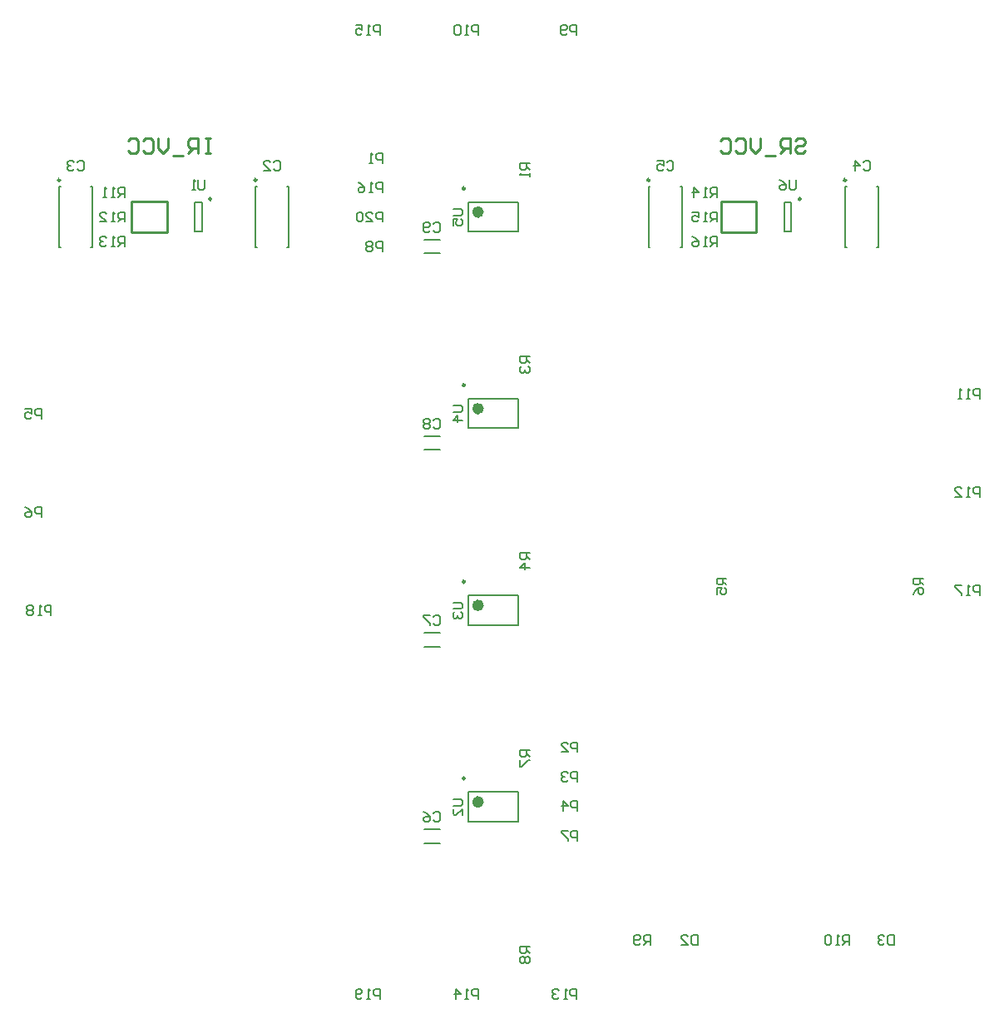
<source format=gbo>
G04 Layer_Color=13813960*
%FSLAX25Y25*%
%MOIN*%
G70*
G01*
G75*
%ADD15C,0.01000*%
%ADD16C,0.00787*%
%ADD17C,0.00984*%
%ADD35C,0.00500*%
%ADD56C,0.02362*%
D15*
X341732Y348031D02*
Y360630D01*
X327559Y348031D02*
X341732D01*
X327559D02*
Y360630D01*
X341732D01*
X105512Y348031D02*
Y360630D01*
X91339Y348031D02*
X105512D01*
X91339D02*
Y360630D01*
X105512D01*
X123031Y385919D02*
X121032D01*
X122032D01*
Y379921D01*
X123031D01*
X121032D01*
X118033D02*
Y385919D01*
X115034D01*
X114034Y384920D01*
Y382920D01*
X115034Y381921D01*
X118033D01*
X116034D02*
X114034Y379921D01*
X112035Y378922D02*
X108036D01*
X106037Y385919D02*
Y381921D01*
X104038Y379921D01*
X102038Y381921D01*
Y385919D01*
X96040Y384920D02*
X97040Y385919D01*
X99039D01*
X100039Y384920D01*
Y380921D01*
X99039Y379921D01*
X97040D01*
X96040Y380921D01*
X90042Y384920D02*
X91042Y385919D01*
X93041D01*
X94041Y384920D01*
Y380921D01*
X93041Y379921D01*
X91042D01*
X90042Y380921D01*
X357222Y384920D02*
X358221Y385919D01*
X360221D01*
X361221Y384920D01*
Y383920D01*
X360221Y382920D01*
X358221D01*
X357222Y381921D01*
Y380921D01*
X358221Y379921D01*
X360221D01*
X361221Y380921D01*
X355222Y379921D02*
Y385919D01*
X352223D01*
X351224Y384920D01*
Y382920D01*
X352223Y381921D01*
X355222D01*
X353223D02*
X351224Y379921D01*
X349224Y378922D02*
X345226D01*
X343226Y385919D02*
Y381921D01*
X341227Y379921D01*
X339228Y381921D01*
Y385919D01*
X333229Y384920D02*
X334229Y385919D01*
X336228D01*
X337228Y384920D01*
Y380921D01*
X336228Y379921D01*
X334229D01*
X333229Y380921D01*
X327232Y384920D02*
X328231Y385919D01*
X330230D01*
X331230Y384920D01*
Y380921D01*
X330230Y379921D01*
X328231D01*
X327232Y380921D01*
D16*
X226181Y124016D02*
X246260D01*
X226181Y112205D02*
X246260D01*
X226181D02*
Y124016D01*
X246260Y112205D02*
Y124016D01*
X352953Y360236D02*
X355709D01*
X352953Y348425D02*
X355709D01*
Y360236D01*
X352953Y348425D02*
Y360236D01*
X298425Y342126D02*
Y366535D01*
X311811Y342126D02*
Y366535D01*
X298425D02*
X299016D01*
X298425Y342126D02*
X299016D01*
X311221Y366535D02*
X311811D01*
X311221Y342126D02*
X311811D01*
X226181Y360236D02*
X246260D01*
X226181Y348425D02*
X246260D01*
X226181D02*
Y360236D01*
X246260Y348425D02*
Y360236D01*
X226181Y281496D02*
X246260D01*
X226181Y269685D02*
X246260D01*
X226181D02*
Y281496D01*
X246260Y269685D02*
Y281496D01*
X226181Y202756D02*
X246260D01*
X226181Y190945D02*
X246260D01*
X226181D02*
Y202756D01*
X246260Y190945D02*
Y202756D01*
X116732Y360236D02*
X119488D01*
X116732Y348425D02*
X119488D01*
Y360236D01*
X116732Y348425D02*
Y360236D01*
X140945Y342126D02*
Y366535D01*
X154331Y342126D02*
Y366535D01*
X140945D02*
X141535D01*
X140945Y342126D02*
X141535D01*
X153740Y366535D02*
X154331D01*
X153740Y342126D02*
X154331D01*
X62205D02*
Y366535D01*
X75590Y342126D02*
Y366535D01*
X62205D02*
X62795D01*
X62205Y342126D02*
X62795D01*
X75000Y366535D02*
X75590D01*
X75000Y342126D02*
X75590D01*
X377165D02*
Y366535D01*
X390551Y342126D02*
Y366535D01*
X377165D02*
X377756D01*
X377165Y342126D02*
X377756D01*
X389961Y366535D02*
X390551D01*
X389961Y342126D02*
X390551D01*
X220085Y121278D02*
X223364D01*
X224021Y120622D01*
Y119310D01*
X223364Y118654D01*
X220085D01*
X224021Y114718D02*
Y117342D01*
X221397Y114718D01*
X220741D01*
X220085Y115374D01*
Y116686D01*
X220741Y117342D01*
X357600Y369236D02*
Y365956D01*
X356944Y365300D01*
X355632D01*
X354976Y365956D01*
Y369236D01*
X351040D02*
X352352Y368580D01*
X353664Y367268D01*
Y365956D01*
X353008Y365300D01*
X351696D01*
X351040Y365956D01*
Y366612D01*
X351696Y367268D01*
X353664D01*
X325787Y342520D02*
Y346455D01*
X323819D01*
X323164Y345799D01*
Y344488D01*
X323819Y343832D01*
X325787D01*
X324476D02*
X323164Y342520D01*
X321852D02*
X320540D01*
X321196D01*
Y346455D01*
X321852Y345799D01*
X315948Y346455D02*
X317260Y345799D01*
X318572Y344488D01*
Y343176D01*
X317916Y342520D01*
X316604D01*
X315948Y343176D01*
Y343832D01*
X316604Y344488D01*
X318572D01*
X325787Y362205D02*
Y366141D01*
X323819D01*
X323164Y365484D01*
Y364173D01*
X323819Y363517D01*
X325787D01*
X324476D02*
X323164Y362205D01*
X321852D02*
X320540D01*
X321196D01*
Y366141D01*
X321852Y365484D01*
X316604Y362205D02*
Y366141D01*
X318572Y364173D01*
X315948D01*
X325787Y352362D02*
Y356298D01*
X323819D01*
X323164Y355642D01*
Y354330D01*
X323819Y353674D01*
X325787D01*
X324476D02*
X323164Y352362D01*
X321852D02*
X320540D01*
X321196D01*
Y356298D01*
X321852Y355642D01*
X315948Y356298D02*
X318572D01*
Y354330D01*
X317260Y354986D01*
X316604D01*
X315948Y354330D01*
Y353018D01*
X316604Y352362D01*
X317916D01*
X318572Y353018D01*
X397000Y66836D02*
Y62900D01*
X395032D01*
X394376Y63556D01*
Y66180D01*
X395032Y66836D01*
X397000D01*
X393064Y66180D02*
X392408Y66836D01*
X391096D01*
X390440Y66180D01*
Y65524D01*
X391096Y64868D01*
X391752D01*
X391096D01*
X390440Y64212D01*
Y63556D01*
X391096Y62900D01*
X392408D01*
X393064Y63556D01*
X191929Y352362D02*
Y356298D01*
X189961D01*
X189305Y355642D01*
Y354330D01*
X189961Y353674D01*
X191929D01*
X185370Y352362D02*
X187993D01*
X185370Y354986D01*
Y355642D01*
X186026Y356298D01*
X187337D01*
X187993Y355642D01*
X184058D02*
X183402Y356298D01*
X182090D01*
X181434Y355642D01*
Y353018D01*
X182090Y352362D01*
X183402D01*
X184058Y353018D01*
Y355642D01*
X305776Y376180D02*
X306432Y376836D01*
X307744D01*
X308400Y376180D01*
Y373556D01*
X307744Y372900D01*
X306432D01*
X305776Y373556D01*
X301840Y376836D02*
X304464D01*
Y374868D01*
X303152Y375524D01*
X302496D01*
X301840Y374868D01*
Y373556D01*
X302496Y372900D01*
X303808D01*
X304464Y373556D01*
X212318Y351580D02*
X212974Y352236D01*
X214286D01*
X214942Y351580D01*
Y348956D01*
X214286Y348300D01*
X212974D01*
X212318Y348956D01*
X211006D02*
X210350Y348300D01*
X209038D01*
X208382Y348956D01*
Y351580D01*
X209038Y352236D01*
X210350D01*
X211006Y351580D01*
Y350924D01*
X210350Y350268D01*
X208382D01*
X212255Y272880D02*
X212911Y273536D01*
X214223D01*
X214879Y272880D01*
Y270256D01*
X214223Y269600D01*
X212911D01*
X212255Y270256D01*
X210943Y272880D02*
X210287Y273536D01*
X208975D01*
X208319Y272880D01*
Y272224D01*
X208975Y271568D01*
X208319Y270912D01*
Y270256D01*
X208975Y269600D01*
X210287D01*
X210943Y270256D01*
Y270912D01*
X210287Y271568D01*
X210943Y272224D01*
Y272880D01*
X210287Y271568D02*
X208975D01*
X212255Y194080D02*
X212911Y194736D01*
X214223D01*
X214879Y194080D01*
Y191456D01*
X214223Y190800D01*
X212911D01*
X212255Y191456D01*
X210943Y194736D02*
X208319D01*
Y194080D01*
X210943Y191456D01*
Y190800D01*
X212255Y115380D02*
X212911Y116036D01*
X214223D01*
X214879Y115380D01*
Y112756D01*
X214223Y112100D01*
X212911D01*
X212255Y112756D01*
X208319Y116036D02*
X209631Y115380D01*
X210943Y114068D01*
Y112756D01*
X210287Y112100D01*
X208975D01*
X208319Y112756D01*
Y113412D01*
X208975Y114068D01*
X210943D01*
X230315Y41339D02*
Y45274D01*
X228347D01*
X227691Y44618D01*
Y43306D01*
X228347Y42650D01*
X230315D01*
X226379Y41339D02*
X225067D01*
X225723D01*
Y45274D01*
X226379Y44618D01*
X221132Y41339D02*
Y45274D01*
X223099Y43306D01*
X220476D01*
X269685Y41339D02*
Y45274D01*
X267717D01*
X267061Y44618D01*
Y43306D01*
X267717Y42650D01*
X269685D01*
X265749Y41339D02*
X264437D01*
X265093D01*
Y45274D01*
X265749Y44618D01*
X262470D02*
X261814Y45274D01*
X260502D01*
X259846Y44618D01*
Y43962D01*
X260502Y43306D01*
X261158D01*
X260502D01*
X259846Y42650D01*
Y41995D01*
X260502Y41339D01*
X261814D01*
X262470Y41995D01*
X431102Y242126D02*
Y246062D01*
X429135D01*
X428478Y245406D01*
Y244094D01*
X429135Y243438D01*
X431102D01*
X427167Y242126D02*
X425855D01*
X426511D01*
Y246062D01*
X427167Y245406D01*
X421263Y242126D02*
X423887D01*
X421263Y244750D01*
Y245406D01*
X421919Y246062D01*
X423231D01*
X423887Y245406D01*
X431102Y281496D02*
Y285432D01*
X429135D01*
X428478Y284776D01*
Y283464D01*
X429135Y282808D01*
X431102D01*
X427167Y281496D02*
X425855D01*
X426511D01*
Y285432D01*
X427167Y284776D01*
X423887Y281496D02*
X422575D01*
X423231D01*
Y285432D01*
X423887Y284776D01*
X230315Y427165D02*
Y431101D01*
X228347D01*
X227691Y430445D01*
Y429133D01*
X228347Y428477D01*
X230315D01*
X226379Y427165D02*
X225067D01*
X225723D01*
Y431101D01*
X226379Y430445D01*
X223099D02*
X222444Y431101D01*
X221132D01*
X220476Y430445D01*
Y427821D01*
X221132Y427165D01*
X222444D01*
X223099Y427821D01*
Y430445D01*
X269685Y427165D02*
Y431101D01*
X267717D01*
X267061Y430445D01*
Y429133D01*
X267717Y428477D01*
X269685D01*
X265749Y427821D02*
X265093Y427165D01*
X263781D01*
X263125Y427821D01*
Y430445D01*
X263781Y431101D01*
X265093D01*
X265749Y430445D01*
Y429789D01*
X265093Y429133D01*
X263125D01*
X220085Y357478D02*
X223364D01*
X224021Y356822D01*
Y355510D01*
X223364Y354854D01*
X220085D01*
Y350918D02*
Y353542D01*
X222053D01*
X221397Y352230D01*
Y351574D01*
X222053Y350918D01*
X223364D01*
X224021Y351574D01*
Y352886D01*
X223364Y353542D01*
X220085Y278778D02*
X223364D01*
X224021Y278122D01*
Y276810D01*
X223364Y276154D01*
X220085D01*
X224021Y272874D02*
X220085D01*
X222053Y274842D01*
Y272218D01*
X220085Y199978D02*
X223364D01*
X224021Y199322D01*
Y198010D01*
X223364Y197354D01*
X220085D01*
X220741Y196042D02*
X220085Y195386D01*
Y194074D01*
X220741Y193418D01*
X221397D01*
X222053Y194074D01*
Y194730D01*
Y194074D01*
X222709Y193418D01*
X223364D01*
X224021Y194074D01*
Y195386D01*
X223364Y196042D01*
X318200Y66836D02*
Y62900D01*
X316232D01*
X315576Y63556D01*
Y66180D01*
X316232Y66836D01*
X318200D01*
X311640Y62900D02*
X314264D01*
X311640Y65524D01*
Y66180D01*
X312296Y66836D01*
X313608D01*
X314264Y66180D01*
X251010Y375805D02*
X247075D01*
Y373837D01*
X247730Y373181D01*
X249042D01*
X249698Y373837D01*
Y375805D01*
Y374493D02*
X251010Y373181D01*
Y371869D02*
Y370557D01*
Y371213D01*
X247075D01*
X247730Y371869D01*
X251010Y298405D02*
X247075D01*
Y296437D01*
X247730Y295781D01*
X249042D01*
X249698Y296437D01*
Y298405D01*
Y297093D02*
X251010Y295781D01*
X247730Y294469D02*
X247075Y293813D01*
Y292501D01*
X247730Y291845D01*
X248386D01*
X249042Y292501D01*
Y293157D01*
Y292501D01*
X249698Y291845D01*
X250354D01*
X251010Y292501D01*
Y293813D01*
X250354Y294469D01*
X251010Y219705D02*
X247075D01*
Y217737D01*
X247730Y217081D01*
X249042D01*
X249698Y217737D01*
Y219705D01*
Y218393D02*
X251010Y217081D01*
Y213801D02*
X247075D01*
X249042Y215769D01*
Y213145D01*
X329724Y209646D02*
X325789D01*
Y207678D01*
X326445Y207022D01*
X327757D01*
X328413Y207678D01*
Y209646D01*
Y208334D02*
X329724Y207022D01*
X325789Y203086D02*
Y205710D01*
X327757D01*
X327101Y204398D01*
Y203742D01*
X327757Y203086D01*
X329068D01*
X329724Y203742D01*
Y205054D01*
X329068Y205710D01*
X408465Y209646D02*
X404529D01*
Y207678D01*
X405185Y207022D01*
X406497D01*
X407153Y207678D01*
Y209646D01*
Y208334D02*
X408465Y207022D01*
X404529Y203086D02*
X405185Y204398D01*
X406497Y205710D01*
X407809D01*
X408465Y205054D01*
Y203742D01*
X407809Y203086D01*
X407153D01*
X406497Y203742D01*
Y205710D01*
X251010Y140905D02*
X247075D01*
Y138937D01*
X247730Y138281D01*
X249042D01*
X249698Y138937D01*
Y140905D01*
Y139593D02*
X251010Y138281D01*
X247075Y136969D02*
Y134345D01*
X247730D01*
X250354Y136969D01*
X251010D01*
Y62205D02*
X247075D01*
Y60237D01*
X247730Y59581D01*
X249042D01*
X249698Y60237D01*
Y62205D01*
Y60893D02*
X251010Y59581D01*
X247730Y58269D02*
X247075Y57613D01*
Y56301D01*
X247730Y55645D01*
X248386D01*
X249042Y56301D01*
X249698Y55645D01*
X250354D01*
X251010Y56301D01*
Y57613D01*
X250354Y58269D01*
X249698D01*
X249042Y57613D01*
X248386Y58269D01*
X247730D01*
X249042Y57613D02*
Y56301D01*
X299213Y62992D02*
Y66928D01*
X297245D01*
X296589Y66272D01*
Y64960D01*
X297245Y64304D01*
X299213D01*
X297901D02*
X296589Y62992D01*
X295277Y63648D02*
X294621Y62992D01*
X293309D01*
X292653Y63648D01*
Y66272D01*
X293309Y66928D01*
X294621D01*
X295277Y66272D01*
Y65616D01*
X294621Y64960D01*
X292653D01*
X378937Y62992D02*
Y66928D01*
X376969D01*
X376313Y66272D01*
Y64960D01*
X376969Y64304D01*
X378937D01*
X377625D02*
X376313Y62992D01*
X375001D02*
X373689D01*
X374345D01*
Y66928D01*
X375001Y66272D01*
X371722D02*
X371065Y66928D01*
X369754D01*
X369098Y66272D01*
Y63648D01*
X369754Y62992D01*
X371065D01*
X371722Y63648D01*
Y66272D01*
X120700Y369236D02*
Y365956D01*
X120044Y365300D01*
X118732D01*
X118076Y365956D01*
Y369236D01*
X116764Y365300D02*
X115452D01*
X116108D01*
Y369236D01*
X116764Y368580D01*
X191929Y375984D02*
Y379920D01*
X189961D01*
X189305Y379264D01*
Y377952D01*
X189961Y377296D01*
X191929D01*
X187993Y375984D02*
X186681D01*
X187337D01*
Y379920D01*
X187993Y379264D01*
X270024Y140063D02*
Y143999D01*
X268057D01*
X267401Y143343D01*
Y142031D01*
X268057Y141375D01*
X270024D01*
X263465Y140063D02*
X266089D01*
X263465Y142687D01*
Y143343D01*
X264121Y143999D01*
X265433D01*
X266089Y143343D01*
X270024Y128194D02*
Y132130D01*
X268057D01*
X267401Y131474D01*
Y130162D01*
X268057Y129506D01*
X270024D01*
X266089Y131474D02*
X265433Y132130D01*
X264121D01*
X263465Y131474D01*
Y130818D01*
X264121Y130162D01*
X264777D01*
X264121D01*
X263465Y129506D01*
Y128850D01*
X264121Y128194D01*
X265433D01*
X266089Y128850D01*
X270024Y116426D02*
Y120362D01*
X268057D01*
X267401Y119706D01*
Y118394D01*
X268057Y117738D01*
X270024D01*
X264121Y116426D02*
Y120362D01*
X266089Y118394D01*
X263465D01*
X55118Y273622D02*
Y277558D01*
X53150D01*
X52494Y276902D01*
Y275590D01*
X53150Y274934D01*
X55118D01*
X48559Y277558D02*
X51182D01*
Y275590D01*
X49870Y276246D01*
X49215D01*
X48559Y275590D01*
Y274278D01*
X49215Y273622D01*
X50526D01*
X51182Y274278D01*
X55118Y234252D02*
Y238188D01*
X53150D01*
X52494Y237532D01*
Y236220D01*
X53150Y235564D01*
X55118D01*
X48559Y238188D02*
X49870Y237532D01*
X51182Y236220D01*
Y234908D01*
X50526Y234252D01*
X49215D01*
X48559Y234908D01*
Y235564D01*
X49215Y236220D01*
X51182D01*
X270024Y104558D02*
Y108493D01*
X268057D01*
X267401Y107837D01*
Y106525D01*
X268057Y105869D01*
X270024D01*
X266089Y108493D02*
X263465D01*
Y107837D01*
X266089Y105213D01*
Y104558D01*
X191929Y340551D02*
Y344487D01*
X189961D01*
X189305Y343831D01*
Y342519D01*
X189961Y341863D01*
X191929D01*
X187993Y343831D02*
X187337Y344487D01*
X186026D01*
X185370Y343831D01*
Y343175D01*
X186026Y342519D01*
X185370Y341863D01*
Y341207D01*
X186026Y340551D01*
X187337D01*
X187993Y341207D01*
Y341863D01*
X187337Y342519D01*
X187993Y343175D01*
Y343831D01*
X187337Y342519D02*
X186026D01*
X88583Y362205D02*
Y366141D01*
X86615D01*
X85959Y365484D01*
Y364173D01*
X86615Y363517D01*
X88583D01*
X87271D02*
X85959Y362205D01*
X84647D02*
X83335D01*
X83991D01*
Y366141D01*
X84647Y365484D01*
X81367Y362205D02*
X80055D01*
X80711D01*
Y366141D01*
X81367Y365484D01*
X88583Y352362D02*
Y356298D01*
X86615D01*
X85959Y355642D01*
Y354330D01*
X86615Y353674D01*
X88583D01*
X87271D02*
X85959Y352362D01*
X84647D02*
X83335D01*
X83991D01*
Y356298D01*
X84647Y355642D01*
X78743Y352362D02*
X81367D01*
X78743Y354986D01*
Y355642D01*
X79399Y356298D01*
X80711D01*
X81367Y355642D01*
X88583Y342520D02*
Y346455D01*
X86615D01*
X85959Y345799D01*
Y344488D01*
X86615Y343832D01*
X88583D01*
X87271D02*
X85959Y342520D01*
X84647D02*
X83335D01*
X83991D01*
Y346455D01*
X84647Y345799D01*
X81367D02*
X80711Y346455D01*
X79399D01*
X78743Y345799D01*
Y345144D01*
X79399Y344488D01*
X80055D01*
X79399D01*
X78743Y343832D01*
Y343176D01*
X79399Y342520D01*
X80711D01*
X81367Y343176D01*
X148276Y376180D02*
X148932Y376836D01*
X150244D01*
X150900Y376180D01*
Y373556D01*
X150244Y372900D01*
X148932D01*
X148276Y373556D01*
X144340Y372900D02*
X146964D01*
X144340Y375524D01*
Y376180D01*
X144996Y376836D01*
X146308D01*
X146964Y376180D01*
X69576D02*
X70232Y376836D01*
X71544D01*
X72200Y376180D01*
Y373556D01*
X71544Y372900D01*
X70232D01*
X69576Y373556D01*
X68264Y376180D02*
X67608Y376836D01*
X66296D01*
X65640Y376180D01*
Y375524D01*
X66296Y374868D01*
X66952D01*
X66296D01*
X65640Y374212D01*
Y373556D01*
X66296Y372900D01*
X67608D01*
X68264Y373556D01*
X384476Y376180D02*
X385132Y376836D01*
X386444D01*
X387100Y376180D01*
Y373556D01*
X386444Y372900D01*
X385132D01*
X384476Y373556D01*
X381196Y372900D02*
Y376836D01*
X383164Y374868D01*
X380540D01*
X190945Y427165D02*
Y431101D01*
X188977D01*
X188321Y430445D01*
Y429133D01*
X188977Y428477D01*
X190945D01*
X187009Y427165D02*
X185697D01*
X186353D01*
Y431101D01*
X187009Y430445D01*
X181105Y431101D02*
X183729D01*
Y429133D01*
X182418Y429789D01*
X181762D01*
X181105Y429133D01*
Y427821D01*
X181762Y427165D01*
X183073D01*
X183729Y427821D01*
X191929Y364173D02*
Y368109D01*
X189961D01*
X189305Y367453D01*
Y366141D01*
X189961Y365485D01*
X191929D01*
X187993Y364173D02*
X186681D01*
X187337D01*
Y368109D01*
X187993Y367453D01*
X182090Y368109D02*
X183402Y367453D01*
X184714Y366141D01*
Y364829D01*
X184058Y364173D01*
X182746D01*
X182090Y364829D01*
Y365485D01*
X182746Y366141D01*
X184714D01*
X431102Y202756D02*
Y206692D01*
X429135D01*
X428478Y206036D01*
Y204724D01*
X429135Y204068D01*
X431102D01*
X427167Y202756D02*
X425855D01*
X426511D01*
Y206692D01*
X427167Y206036D01*
X423887Y206692D02*
X421263D01*
Y206036D01*
X423887Y203412D01*
Y202756D01*
X59055Y194882D02*
Y198818D01*
X57087D01*
X56431Y198162D01*
Y196850D01*
X57087Y196194D01*
X59055D01*
X55119Y194882D02*
X53807D01*
X54463D01*
Y198818D01*
X55119Y198162D01*
X51840D02*
X51184Y198818D01*
X49872D01*
X49216Y198162D01*
Y197506D01*
X49872Y196850D01*
X49216Y196194D01*
Y195538D01*
X49872Y194882D01*
X51184D01*
X51840Y195538D01*
Y196194D01*
X51184Y196850D01*
X51840Y197506D01*
Y198162D01*
X51184Y196850D02*
X49872D01*
X190945Y41339D02*
Y45274D01*
X188977D01*
X188321Y44618D01*
Y43306D01*
X188977Y42650D01*
X190945D01*
X187009Y41339D02*
X185697D01*
X186353D01*
Y45274D01*
X187009Y44618D01*
X183729Y41995D02*
X183073Y41339D01*
X181762D01*
X181105Y41995D01*
Y44618D01*
X181762Y45274D01*
X183073D01*
X183729Y44618D01*
Y43962D01*
X183073Y43306D01*
X181105D01*
D17*
X224902Y129528D02*
G03*
X224902Y129528I-492J0D01*
G01*
X359547Y361516D02*
G03*
X359547Y361516I-492J0D01*
G01*
X298917Y369094D02*
G03*
X298917Y369094I-492J0D01*
G01*
X224902Y365748D02*
G03*
X224902Y365748I-492J0D01*
G01*
Y287008D02*
G03*
X224902Y287008I-492J0D01*
G01*
Y208268D02*
G03*
X224902Y208268I-492J0D01*
G01*
X123327Y361516D02*
G03*
X123327Y361516I-492J0D01*
G01*
X141437Y369094D02*
G03*
X141437Y369094I-492J0D01*
G01*
X62697D02*
G03*
X62697Y369094I-492J0D01*
G01*
X377658D02*
G03*
X377658Y369094I-492J0D01*
G01*
D35*
X208465Y339764D02*
X214764D01*
X208465Y345276D02*
X214764D01*
X208465Y261024D02*
X214764D01*
X208465Y266535D02*
X214764D01*
X208465Y182283D02*
X214764D01*
X208465Y187795D02*
X214764D01*
X208465Y103543D02*
X214764D01*
X208465Y109055D02*
X214764D01*
D56*
X231299Y120079D02*
G03*
X231299Y120079I-1181J0D01*
G01*
Y356299D02*
G03*
X231299Y356299I-1181J0D01*
G01*
Y277559D02*
G03*
X231299Y277559I-1181J0D01*
G01*
Y198819D02*
G03*
X231299Y198819I-1181J0D01*
G01*
M02*

</source>
